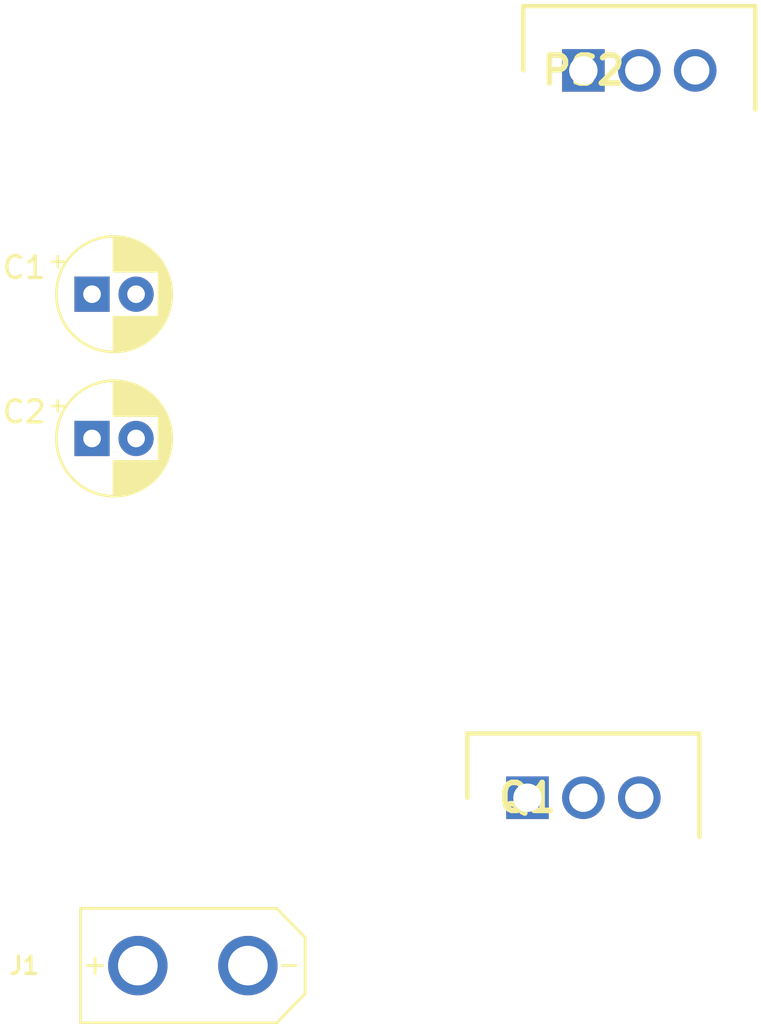
<source format=kicad_pcb>
(kicad_pcb (version 20221018) (generator pcbnew)
  (layers (0 "F.Cu" signal) (31 "B.Cu" signal) (34 "B.Paste" user) (35 "F.Paste" user) (36 "B.SilkS" user "B.Silkscreen") (37 "F.SilkS" user "F.Silkscreen") (38 "B.Mask" user) (39 "F.Mask" user) (44 "Edge.Cuts" user))
  (net 0 "")
  (net 3 "24V")
  (net 4 "GND")
  (net 5 "5V")
  (footprint "KiCad:TO254P470X1028X1955-3P" (layer "F.Cu") (at 162.56 63.5)
    (fp_text reference "PS2" (at 0 0) (layer "F.SilkS") (effects (font (size 1.27 1.27) (thickness 0.254))))
    (fp_text value "LM1084IT-3.3_NOPB" hide)
    (fp_line (start -2.73 -2.92) (end -2.73 0) (stroke (width 0.2)) (layer "F.SilkS"))
    (fp_line (start 7.81 -2.92) (end -2.73 -2.92) (stroke (width 0.2)) (layer "F.SilkS"))
    (fp_line (start 7.81 1.78) (end 7.81 -2.92) (stroke (width 0.2)) (layer "F.SilkS"))
    (pad "1" thru_hole rect (at 0 0) (size 1.935 1.935) (drill 1.29) (layers "*.Cu" "*.Mask"))
    (pad "2" thru_hole circle (at 2.54 0) (size 1.935 1.935) (drill 1.29) (layers "*.Cu" "*.Mask") (net 4 "GND"))
    (pad "3" thru_hole circle (at 5.08 0) (size 1.935 1.935) (drill 1.29) (layers "*.Cu" "*.Mask"))
  )
  (footprint "Capacitor_THT:CP_Radial_D5.0mm_P2.00mm" (layer "F.Cu") (at 140.24 80.21)
    (fp_text reference "C2" (at -3.08 -1.21) (layer "F.SilkS"))
    (fp_text value "22uF")
    (fp_line (start -1.804775 -1.475) (end -1.304775 -1.475) (stroke (width 0.12)) (layer "F.SilkS"))
    (fp_line (start -1.554775 -1.725) (end -1.554775 -1.225) (stroke (width 0.12)) (layer "F.SilkS"))
    (fp_line (start 1 -2.58) (end 1 -1.04) (stroke (width 0.12)) (layer "F.SilkS"))
    (fp_line (start 1 1.04) (end 1 2.58) (stroke (width 0.12)) (layer "F.SilkS"))
    (fp_line (start 1.04 -2.58) (end 1.04 -1.04) (stroke (width 0.12)) (layer "F.SilkS"))
    (fp_line (start 1.04 1.04) (end 1.04 2.58) (stroke (width 0.12)) (layer "F.SilkS"))
    (fp_line (start 1.08 -2.579) (end 1.08 -1.04) (stroke (width 0.12)) (layer "F.SilkS"))
    (fp_line (start 1.08 1.04) (end 1.08 2.579) (stroke (width 0.12)) (layer "F.SilkS"))
    (fp_line (start 1.12 -2.578) (end 1.12 -1.04) (stroke (width 0.12)) (layer "F.SilkS"))
    (fp_line (start 1.12 1.04) (end 1.12 2.578) (stroke (width 0.12)) (layer "F.SilkS"))
    (fp_line (start 1.16 -2.576) (end 1.16 -1.04) (stroke (width 0.12)) (layer "F.SilkS"))
    (fp_line (start 1.16 1.04) (end 1.16 2.576) (stroke (width 0.12)) (layer "F.SilkS"))
    (fp_line (start 1.2 -2.573) (end 1.2 -1.04) (stroke (width 0.12)) (layer "F.SilkS"))
    (fp_line (start 1.2 1.04) (end 1.2 2.573) (stroke (width 0.12)) (layer "F.SilkS"))
    (fp_line (start 1.24 -2.569) (end 1.24 -1.04) (stroke (width 0.12)) (layer "F.SilkS"))
    (fp_line (start 1.24 1.04) (end 1.24 2.569) (stroke (width 0.12)) (layer "F.SilkS"))
    (fp_line (start 1.28 -2.565) (end 1.28 -1.04) (stroke (width 0.12)) (layer "F.SilkS"))
    (fp_line (start 1.28 1.04) (end 1.28 2.565) (stroke (width 0.12)) (layer "F.SilkS"))
    (fp_line (start 1.32 -2.561) (end 1.32 -1.04) (stroke (width 0.12)) (layer "F.SilkS"))
    (fp_line (start 1.32 1.04) (end 1.32 2.561) (stroke (width 0.12)) (layer "F.SilkS"))
    (fp_line (start 1.36 -2.556) (end 1.36 -1.04) (stroke (width 0.12)) (layer "F.SilkS"))
    (fp_line (start 1.36 1.04) (end 1.36 2.556) (stroke (width 0.12)) (layer "F.SilkS"))
    (fp_line (start 1.4 -2.55) (end 1.4 -1.04) (stroke (width 0.12)) (layer "F.SilkS"))
    (fp_line (start 1.4 1.04) (end 1.4 2.55) (stroke (width 0.12)) (layer "F.SilkS"))
    (fp_line (start 1.44 -2.543) (end 1.44 -1.04) (stroke (width 0.12)) (layer "F.SilkS"))
    (fp_line (start 1.44 1.04) (end 1.44 2.543) (stroke (width 0.12)) (layer "F.SilkS"))
    (fp_line (start 1.48 -2.536) (end 1.48 -1.04) (stroke (width 0.12)) (layer "F.SilkS"))
    (fp_line (start 1.48 1.04) (end 1.48 2.536) (stroke (width 0.12)) (layer "F.SilkS"))
    (fp_line (start 1.52 -2.528) (end 1.52 -1.04) (stroke (width 0.12)) (layer "F.SilkS"))
    (fp_line (start 1.52 1.04) (end 1.52 2.528) (stroke (width 0.12)) (layer "F.SilkS"))
    (fp_line (start 1.56 -2.52) (end 1.56 -1.04) (stroke (width 0.12)) (layer "F.SilkS"))
    (fp_line (start 1.56 1.04) (end 1.56 2.52) (stroke (width 0.12)) (layer "F.SilkS"))
    (fp_line (start 1.6 -2.511) (end 1.6 -1.04) (stroke (width 0.12)) (layer "F.SilkS"))
    (fp_line (start 1.6 1.04) (end 1.6 2.511) (stroke (width 0.12)) (layer "F.SilkS"))
    (fp_line (start 1.64 -2.501) (end 1.64 -1.04) (stroke (width 0.12)) (layer "F.SilkS"))
    (fp_line (start 1.64 1.04) (end 1.64 2.501) (stroke (width 0.12)) (layer "F.SilkS"))
    (fp_line (start 1.68 -2.491) (end 1.68 -1.04) (stroke (width 0.12)) (layer "F.SilkS"))
    (fp_line (start 1.68 1.04) (end 1.68 2.491) (stroke (width 0.12)) (layer "F.SilkS"))
    (fp_line (start 1.721 -2.48) (end 1.721 -1.04) (stroke (width 0.12)) (layer "F.SilkS"))
    (fp_line (start 1.721 1.04) (end 1.721 2.48) (stroke (width 0.12)) (layer "F.SilkS"))
    (fp_line (start 1.761 -2.468) (end 1.761 -1.04) (stroke (width 0.12)) (layer "F.SilkS"))
    (fp_line (start 1.761 1.04) (end 1.761 2.468) (stroke (width 0.12)) (layer "F.SilkS"))
    (fp_line (start 1.801 -2.455) (end 1.801 -1.04) (stroke (width 0.12)) (layer "F.SilkS"))
    (fp_line (start 1.801 1.04) (end 1.801 2.455) (stroke (width 0.12)) (layer "F.SilkS"))
    (fp_line (start 1.841 -2.442) (end 1.841 -1.04) (stroke (width 0.12)) (layer "F.SilkS"))
    (fp_line (start 1.841 1.04) (end 1.841 2.442) (stroke (width 0.12)) (layer "F.SilkS"))
    (fp_line (start 1.881 -2.428) (end 1.881 -1.04) (stroke (width 0.12)) (layer "F.SilkS"))
    (fp_line (start 1.881 1.04) (end 1.881 2.428) (stroke (width 0.12)) (layer "F.SilkS"))
    (fp_line (start 1.921 -2.414) (end 1.921 -1.04) (stroke (width 0.12)) (layer "F.SilkS"))
    (fp_line (start 1.921 1.04) (end 1.921 2.414) (stroke (width 0.12)) (layer "F.SilkS"))
    (fp_line (start 1.961 -2.398) (end 1.961 -1.04) (stroke (width 0.12)) (layer "F.SilkS"))
    (fp_line (start 1.961 1.04) (end 1.961 2.398) (stroke (width 0.12)) (layer "F.SilkS"))
    (fp_line (start 2.001 -2.382) (end 2.001 -1.04) (stroke (width 0.12)) (layer "F.SilkS"))
    (fp_line (start 2.001 1.04) (end 2.001 2.382) (stroke (width 0.12)) (layer "F.SilkS"))
    (fp_line (start 2.041 -2.365) (end 2.041 -1.04) (stroke (width 0.12)) (layer "F.SilkS"))
    (fp_line (start 2.041 1.04) (end 2.041 2.365) (stroke (width 0.12)) (layer "F.SilkS"))
    (fp_line (start 2.081 -2.348) (end 2.081 -1.04) (stroke (width 0.12)) (layer "F.SilkS"))
    (fp_line (start 2.081 1.04) (end 2.081 2.348) (stroke (width 0.12)) (layer "F.SilkS"))
    (fp_line (start 2.121 -2.329) (end 2.121 -1.04) (stroke (width 0.12)) (layer "F.SilkS"))
    (fp_line (start 2.121 1.04) (end 2.121 2.329) (stroke (width 0.12)) (layer "F.SilkS"))
    (fp_line (start 2.161 -2.31) (end 2.161 -1.04) (stroke (width 0.12)) (layer "F.SilkS"))
    (fp_line (start 2.161 1.04) (end 2.161 2.31) (stroke (width 0.12)) (layer "F.SilkS"))
    (fp_line (start 2.201 -2.29) (end 2.201 -1.04) (stroke (width 0.12)) (layer "F.SilkS"))
    (fp_line (start 2.201 1.04) (end 2.201 2.29) (stroke (width 0.12)) (layer "F.SilkS"))
    (fp_line (start 2.241 -2.268) (end 2.241 -1.04) (stroke (width 0.12)) (layer "F.SilkS"))
    (fp_line (start 2.241 1.04) (end 2.241 2.268) (stroke (width 0.12)) (layer "F.SilkS"))
    (fp_line (start 2.281 -2.247) (end 2.281 -1.04) (stroke (width 0.12)) (layer "F.SilkS"))
    (fp_line (start 2.281 1.04) (end 2.281 2.247) (stroke (width 0.12)) (layer "F.SilkS"))
    (fp_line (start 2.321 -2.224) (end 2.321 -1.04) (stroke (width 0.12)) (layer "F.SilkS"))
    (fp_line (start 2.321 1.04) (end 2.321 2.224) (stroke (width 0.12)) (layer "F.SilkS"))
    (fp_line (start 2.361 -2.2) (end 2.361 -1.04) (stroke (width 0.12)) (layer "F.SilkS"))
    (fp_line (start 2.361 1.04) (end 2.361 2.2) (stroke (width 0.12)) (layer "F.SilkS"))
    (fp_line (start 2.401 -2.175) (end 2.401 -1.04) (stroke (width 0.12)) (layer "F.SilkS"))
    (fp_line (start 2.401 1.04) (end 2.401 2.175) (stroke (width 0.12)) (layer "F.SilkS"))
    (fp_line (start 2.441 -2.149) (end 2.441 -1.04) (stroke (width 0.12)) (layer "F.SilkS"))
    (fp_line (start 2.441 1.04) (end 2.441 2.149) (stroke (width 0.12)) (layer "F.SilkS"))
    (fp_line (start 2.481 -2.122) (end 2.481 -1.04) (stroke (width 0.12)) (layer "F.SilkS"))
    (fp_line (start 2.481 1.04) (end 2.481 2.122) (stroke (width 0.12)) (layer "F.SilkS"))
    (fp_line (start 2.521 -2.095) (end 2.521 -1.04) (stroke (width 0.12)) (layer "F.SilkS"))
    (fp_line (start 2.521 1.04) (end 2.521 2.095) (stroke (width 0.12)) (layer "F.SilkS"))
    (fp_line (start 2.561 -2.065) (end 2.561 -1.04) (stroke (width 0.12)) (layer "F.SilkS"))
    (fp_line (start 2.561 1.04) (end 2.561 2.065) (stroke (width 0.12)) (layer "F.SilkS"))
    (fp_line (start 2.601 -2.035) (end 2.601 -1.04) (stroke (width 0.12)) (layer "F.SilkS"))
    (fp_line (start 2.601 1.04) (end 2.601 2.035) (stroke (width 0.12)) (layer "F.SilkS"))
    (fp_line (start 2.641 -2.004) (end 2.641 -1.04) (stroke (width 0.12)) (layer "F.SilkS"))
    (fp_line (start 2.641 1.04) (end 2.641 2.004) (stroke (width 0.12)) (layer "F.SilkS"))
    (fp_line (start 2.681 -1.971) (end 2.681 -1.04) (stroke (width 0.12)) (layer "F.SilkS"))
    (fp_line (start 2.681 1.04) (end 2.681 1.971) (stroke (width 0.12)) (layer "F.SilkS"))
    (fp_line (start 2.721 -1.937) (end 2.721 -1.04) (stroke (width 0.12)) (layer "F.SilkS"))
    (fp_line (start 2.721 1.04) (end 2.721 1.937) (stroke (width 0.12)) (layer "F.SilkS"))
    (fp_line (start 2.761 -1.901) (end 2.761 -1.04) (stroke (width 0.12)) (layer "F.SilkS"))
    (fp_line (start 2.761 1.04) (end 2.761 1.901) (stroke (width 0.12)) (layer "F.SilkS"))
    (fp_line (start 2.801 -1.864) (end 2.801 -1.04) (stroke (width 0.12)) (layer "F.SilkS"))
    (fp_line (start 2.801 1.04) (end 2.801 1.864) (stroke (width 0.12)) (layer "F.SilkS"))
    (fp_line (start 2.841 -1.826) (end 2.841 -1.04) (stroke (width 0.12)) (layer "F.SilkS"))
    (fp_line (start 2.841 1.04) (end 2.841 1.826) (stroke (width 0.12)) (layer "F.SilkS"))
    (fp_line (start 2.881 -1.785) (end 2.881 -1.04) (stroke (width 0.12)) (layer "F.SilkS"))
    (fp_line (start 2.881 1.04) (end 2.881 1.785) (stroke (width 0.12)) (layer "F.SilkS"))
    (fp_line (start 2.921 -1.743) (end 2.921 -1.04) (stroke (width 0.12)) (layer "F.SilkS"))
    (fp_line (start 2.921 1.04) (end 2.921 1.743) (stroke (width 0.12)) (layer "F.SilkS"))
    (fp_line (start 2.961 -1.699) (end 2.961 -1.04) (stroke (width 0.12)) (layer "F.SilkS"))
    (fp_line (start 2.961 1.04) (end 2.961 1.699) (stroke (width 0.12)) (layer "F.SilkS"))
    (fp_line (start 3.001 -1.653) (end 3.001 -1.04) (stroke (width 0.12)) (layer "F.SilkS"))
    (fp_line (start 3.001 1.04) (end 3.001 1.653) (stroke (width 0.12)) (layer "F.SilkS"))
    (fp_line (start 3.041 -1.605) (end 3.041 1.605) (stroke (width 0.12)) (layer "F.SilkS"))
    (fp_line (start 3.081 -1.554) (end 3.081 1.554) (stroke (width 0.12)) (layer "F.SilkS"))
    (fp_line (start 3.121 -1.5) (end 3.121 1.5) (stroke (width 0.12)) (layer "F.SilkS"))
    (fp_line (start 3.161 -1.443) (end 3.161 1.443) (stroke (width 0.12)) (layer "F.SilkS"))
    (fp_line (start 3.201 -1.383) (end 3.201 1.383) (stroke (width 0.12)) (layer "F.SilkS"))
    (fp_line (start 3.241 -1.319) (end 3.241 1.319) (stroke (width 0.12)) (layer "F.SilkS"))
    (fp_line (start 3.281 -1.251) (end 3.281 1.251) (stroke (width 0.12)) (layer "F.SilkS"))
    (fp_line (start 3.321 -1.178) (end 3.321 1.178) (stroke (width 0.12)) (layer "F.SilkS"))
    (fp_line (start 3.361 -1.098) (end 3.361 1.098) (stroke (width 0.12)) (layer "F.SilkS"))
    (fp_line (start 3.401 -1.011) (end 3.401 1.011) (stroke (width 0.12)) (layer "F.SilkS"))
    (fp_line (start 3.441 -0.915) (end 3.441 0.915) (stroke (width 0.12)) (layer "F.SilkS"))
    (fp_line (start 3.481 -0.805) (end 3.481 0.805) (stroke (width 0.12)) (layer "F.SilkS"))
    (fp_line (start 3.521 -0.677) (end 3.521 0.677) (stroke (width 0.12)) (layer "F.SilkS"))
    (fp_line (start 3.561 -0.518) (end 3.561 0.518) (stroke (width 0.12)) (layer "F.SilkS"))
    (fp_line (start 3.601 -0.284) (end 3.601 0.284) (stroke (width 0.12)) (layer "F.SilkS"))
    (fp_circle (center 1 0) (end 3.62 0) (stroke (width 0.12)) (fill none) (layer "F.SilkS"))
    (pad "1" thru_hole rect (at 0 0) (size 1.6 1.6) (drill 0.8) (layers "*.Cu" "*.Mask") (net 5 "5V"))
    (pad "2" thru_hole circle (at 2 0) (size 1.6 1.6) (drill 0.8) (layers "*.Cu" "*.Mask") (net 4 "GND"))
  )
  (footprint "XT30:XT30UPB-M" (layer "F.Cu") (at 144.82 104.14)
    (fp_text reference "J1" (at -7.66 0) (layer "F.SilkS") (effects (font (size 0.787402 0.787402))))
    (fp_text value "Conn_01x02_Pin")
    (fp_line (start -5.1 -2.6) (end -5.1 2.6) (stroke (width 0.127)) (layer "F.SilkS"))
    (fp_line (start -5.1 2.6) (end 3.81 2.6) (stroke (width 0.127)) (layer "F.SilkS"))
    (fp_line (start -4.8 0) (end -4.1 0) (stroke (width 0.127)) (layer "F.SilkS"))
    (fp_line (start -4.445 -0.35) (end -4.445 0.35) (stroke (width 0.127)) (layer "F.SilkS"))
    (fp_line (start 3.81 -2.6) (end -5.1 -2.6) (stroke (width 0.127)) (layer "F.SilkS"))
    (fp_line (start 3.81 2.6) (end 5.1 1.27) (stroke (width 0.127)) (layer "F.SilkS"))
    (fp_line (start 4.064 0) (end 4.699 0) (stroke (width 0.127)) (layer "F.SilkS"))
    (fp_line (start 5.1 -1.27) (end 3.81 -2.6) (stroke (width 0.127)) (layer "F.SilkS"))
    (fp_line (start 5.1 1.27) (end 5.1 -1.27) (stroke (width 0.127)) (layer "F.SilkS"))
    (pad "P$1" thru_hole circle (at -2.5 0) (size 2.7 2.7) (drill 1.8) (layers "*.Cu" "*.Mask"))
    (pad "P$2" thru_hole circle (at 2.5 0) (size 2.7 2.7) (drill 1.8) (layers "*.Cu" "*.Mask"))
  )
  (footprint "KiCad:TO254P470X1028X1955-3P" (layer "F.Cu") (at 160.02 96.52)
    (fp_text reference "Q1" (at 0 0) (layer "F.SilkS") (effects (font (size 1.27 1.27) (thickness 0.254))))
    (fp_text value "LM2940CT-5.0_NOPB" hide)
    (fp_line (start -2.73 -2.92) (end -2.73 0) (stroke (width 0.2)) (layer "F.SilkS"))
    (fp_line (start 7.81 -2.92) (end -2.73 -2.92) (stroke (width 0.2)) (layer "F.SilkS"))
    (fp_line (start 7.81 1.78) (end 7.81 -2.92) (stroke (width 0.2)) (layer "F.SilkS"))
    (pad "1" thru_hole rect (at 0 0) (size 1.935 1.935) (drill 1.29) (layers "*.Cu" "*.Mask") (net 3 "24V"))
    (pad "2" thru_hole circle (at 2.54 0) (size 1.935 1.935) (drill 1.29) (layers "*.Cu" "*.Mask") (net 4 "GND"))
    (pad "3" thru_hole circle (at 5.08 0) (size 1.935 1.935) (drill 1.29) (layers "*.Cu" "*.Mask") (net 5 "5V"))
  )
  (footprint "Capacitor_THT:CP_Radial_D5.0mm_P2.00mm" (layer "F.Cu") (at 140.24 73.66)
    (fp_text reference "C1" (at -3.08 -1.21) (layer "F.SilkS"))
    (fp_text value ".47uF")
    (fp_line (start -1.804775 -1.475) (end -1.304775 -1.475) (stroke (width 0.12)) (layer "F.SilkS"))
    (fp_line (start -1.554775 -1.725) (end -1.554775 -1.225) (stroke (width 0.12)) (layer "F.SilkS"))
    (fp_line (start 1 -2.58) (end 1 -1.04) (stroke (width 0.12)) (layer "F.SilkS"))
    (fp_line (start 1 1.04) (end 1 2.58) (stroke (width 0.12)) (layer "F.SilkS"))
    (fp_line (start 1.04 -2.58) (end 1.04 -1.04) (stroke (width 0.12)) (layer "F.SilkS"))
    (fp_line (start 1.04 1.04) (end 1.04 2.58) (stroke (width 0.12)) (layer "F.SilkS"))
    (fp_line (start 1.08 -2.579) (end 1.08 -1.04) (stroke (width 0.12)) (layer "F.SilkS"))
    (fp_line (start 1.08 1.04) (end 1.08 2.579) (stroke (width 0.12)) (layer "F.SilkS"))
    (fp_line (start 1.12 -2.578) (end 1.12 -1.04) (stroke (width 0.12)) (layer "F.SilkS"))
    (fp_line (start 1.12 1.04) (end 1.12 2.578) (stroke (width 0.12)) (layer "F.SilkS"))
    (fp_line (start 1.16 -2.576) (end 1.16 -1.04) (stroke (width 0.12)) (layer "F.SilkS"))
    (fp_line (start 1.16 1.04) (end 1.16 2.576) (stroke (width 0.12)) (layer "F.SilkS"))
    (fp_line (start 1.2 -2.573) (end 1.2 -1.04) (stroke (width 0.12)) (layer "F.SilkS"))
    (fp_line (start 1.2 1.04) (end 1.2 2.573) (stroke (width 0.12)) (layer "F.SilkS"))
    (fp_line (start 1.24 -2.569) (end 1.24 -1.04) (stroke (width 0.12)) (layer "F.SilkS"))
    (fp_line (start 1.24 1.04) (end 1.24 2.569) (stroke (width 0.12)) (layer "F.SilkS"))
    (fp_line (start 1.28 -2.565) (end 1.28 -1.04) (stroke (width 0.12)) (layer "F.SilkS"))
    (fp_line (start 1.28 1.04) (end 1.28 2.565) (stroke (width 0.12)) (layer "F.SilkS"))
    (fp_line (start 1.32 -2.561) (end 1.32 -1.04) (stroke (width 0.12)) (layer "F.SilkS"))
    (fp_line (start 1.32 1.04) (end 1.32 2.561) (stroke (width 0.12)) (layer "F.SilkS"))
    (fp_line (start 1.36 -2.556) (end 1.36 -1.04) (stroke (width 0.12)) (layer "F.SilkS"))
    (fp_line (start 1.36 1.04) (end 1.36 2.556) (stroke (width 0.12)) (layer "F.SilkS"))
    (fp_line (start 1.4 -2.55) (end 1.4 -1.04) (stroke (width 0.12)) (layer "F.SilkS"))
    (fp_line (start 1.4 1.04) (end 1.4 2.55) (stroke (width 0.12)) (layer "F.SilkS"))
    (fp_line (start 1.44 -2.543) (end 1.44 -1.04) (stroke (width 0.12)) (layer "F.SilkS"))
    (fp_line (start 1.44 1.04) (end 1.44 2.543) (stroke (width 0.12)) (layer "F.SilkS"))
    (fp_line (start 1.48 -2.536) (end 1.48 -1.04) (stroke (width 0.12)) (layer "F.SilkS"))
    (fp_line (start 1.48 1.04) (end 1.48 2.536) (stroke (width 0.12)) (layer "F.SilkS"))
    (fp_line (start 1.52 -2.528) (end 1.52 -1.04) (stroke (width 0.12)) (layer "F.SilkS"))
    (fp_line (start 1.52 1.04) (end 1.52 2.528) (stroke (width 0.12)) (layer "F.SilkS"))
    (fp_line (start 1.56 -2.52) (end 1.56 -1.04) (stroke (width 0.12)) (layer "F.SilkS"))
    (fp_line (start 1.56 1.04) (end 1.56 2.52) (stroke (width 0.12)) (layer "F.SilkS"))
    (fp_line (start 1.6 -2.511) (end 1.6 -1.04) (stroke (width 0.12)) (layer "F.SilkS"))
    (fp_line (start 1.6 1.04) (end 1.6 2.511) (stroke (width 0.12)) (layer "F.SilkS"))
    (fp_line (start 1.64 -2.501) (end 1.64 -1.04) (stroke (width 0.12)) (layer "F.SilkS"))
    (fp_line (start 1.64 1.04) (end 1.64 2.501) (stroke (width 0.12)) (layer "F.SilkS"))
    (fp_line (start 1.68 -2.491) (end 1.68 -1.04) (stroke (width 0.12)) (layer "F.SilkS"))
    (fp_line (start 1.68 1.04) (end 1.68 2.491) (stroke (width 0.12)) (layer "F.SilkS"))
    (fp_line (start 1.721 -2.48) (end 1.721 -1.04) (stroke (width 0.12)) (layer "F.SilkS"))
    (fp_line (start 1.721 1.04) (end 1.721 2.48) (stroke (width 0.12)) (layer "F.SilkS"))
    (fp_line (start 1.761 -2.468) (end 1.761 -1.04) (stroke (width 0.12)) (layer "F.SilkS"))
    (fp_line (start 1.761 1.04) (end 1.761 2.468) (stroke (width 0.12)) (layer "F.SilkS"))
    (fp_line (start 1.801 -2.455) (end 1.801 -1.04) (stroke (width 0.12)) (layer "F.SilkS"))
    (fp_line (start 1.801 1.04) (end 1.801 2.455) (stroke (width 0.12)) (layer "F.SilkS"))
    (fp_line (start 1.841 -2.442) (end 1.841 -1.04) (stroke (width 0.12)) (layer "F.SilkS"))
    (fp_line (start 1.841 1.04) (end 1.841 2.442) (stroke (width 0.12)) (layer "F.SilkS"))
    (fp_line (start 1.881 -2.428) (end 1.881 -1.04) (stroke (width 0.12)) (layer "F.SilkS"))
    (fp_line (start 1.881 1.04) (end 1.881 2.428) (stroke (width 0.12)) (layer "F.SilkS"))
    (fp_line (start 1.921 -2.414) (end 1.921 -1.04) (stroke (width 0.12)) (layer "F.SilkS"))
    (fp_line (start 1.921 1.04) (end 1.921 2.414) (stroke (width 0.12)) (layer "F.SilkS"))
    (fp_line (start 1.961 -2.398) (end 1.961 -1.04) (stroke (width 0.12)) (layer "F.SilkS"))
    (fp_line (start 1.961 1.04) (end 1.961 2.398) (stroke (width 0.12)) (layer "F.SilkS"))
    (fp_line (start 2.001 -2.382) (end 2.001 -1.04) (stroke (width 0.12)) (layer "F.SilkS"))
    (fp_line (start 2.001 1.04) (end 2.001 2.382) (stroke (width 0.12)) (layer "F.SilkS"))
    (fp_line (start 2.041 -2.365) (end 2.041 -1.04) (stroke (width 0.12)) (layer "F.SilkS"))
    (fp_line (start 2.041 1.04) (end 2.041 2.365) (stroke (width 0.12)) (layer "F.SilkS"))
    (fp_line (start 2.081 -2.348) (end 2.081 -1.04) (stroke (width 0.12)) (layer "F.SilkS"))
    (fp_line (start 2.081 1.04) (end 2.081 2.348) (stroke (width 0.12)) (layer "F.SilkS"))
    (fp_line (start 2.121 -2.329) (end 2.121 -1.04) (stroke (width 0.12)) (layer "F.SilkS"))
    (fp_line (start 2.121 1.04) (end 2.121 2.329) (stroke (width 0.12)) (layer "F.SilkS"))
    (fp_line (start 2.161 -2.31) (end 2.161 -1.04) (stroke (width 0.12)) (layer "F.SilkS"))
    (fp_line (start 2.161 1.04) (end 2.161 2.31) (stroke (width 0.12)) (layer "F.SilkS"))
    (fp_line (start 2.201 -2.29) (end 2.201 -1.04) (stroke (width 0.12)) (layer "F.SilkS"))
    (fp_line (start 2.201 1.04) (end 2.201 2.29) (stroke (width 0.12)) (layer "F.SilkS"))
    (fp_line (start 2.241 -2.268) (end 2.241 -1.04) (stroke (width 0.12)) (layer "F.SilkS"))
    (fp_line (start 2.241 1.04) (end 2.241 2.268) (stroke (width 0.12)) (layer "F.SilkS"))
    (fp_line (start 2.281 -2.247) (end 2.281 -1.04) (stroke (width 0.12)) (layer "F.SilkS"))
    (fp_line (start 2.281 1.04) (end 2.281 2.247) (stroke (width 0.12)) (layer "F.SilkS"))
    (fp_line (start 2.321 -2.224) (end 2.321 -1.04) (stroke (width 0.12)) (layer "F.SilkS"))
    (fp_line (start 2.321 1.04) (end 2.321 2.224) (stroke (width 0.12)) (layer "F.SilkS"))
    (fp_line (start 2.361 -2.2) (end 2.361 -1.04) (stroke (width 0.12)) (layer "F.SilkS"))
    (fp_line (start 2.361 1.04) (end 2.361 2.2) (stroke (width 0.12)) (layer "F.SilkS"))
    (fp_line (start 2.401 -2.175) (end 2.401 -1.04) (stroke (width 0.12)) (layer "F.SilkS"))
    (fp_line (start 2.401 1.04) (end 2.401 2.175) (stroke (width 0.12)) (layer "F.SilkS"))
    (fp_line (start 2.441 -2.149) (end 2.441 -1.04) (stroke (width 0.12)) (layer "F.SilkS"))
    (fp_line (start 2.441 1.04) (end 2.441 2.149) (stroke (width 0.12)) (layer "F.SilkS"))
    (fp_line (start 2.481 -2.122) (end 2.481 -1.04) (stroke (width 0.12)) (layer "F.SilkS"))
    (fp_line (start 2.481 1.04) (end 2.481 2.122) (stroke (width 0.12)) (layer "F.SilkS"))
    (fp_line (start 2.521 -2.095) (end 2.521 -1.04) (stroke (width 0.12)) (layer "F.SilkS"))
    (fp_line (start 2.521 1.04) (end 2.521 2.095) (stroke (width 0.12)) (layer "F.SilkS"))
    (fp_line (start 2.561 -2.065) (end 2.561 -1.04) (stroke (width 0.12)) (layer "F.SilkS"))
    (fp_line (start 2.561 1.04) (end 2.561 2.065) (stroke (width 0.12)) (layer "F.SilkS"))
    (fp_line (start 2.601 -2.035) (end 2.601 -1.04) (stroke (width 0.12)) (layer "F.SilkS"))
    (fp_line (start 2.601 1.04) (end 2.601 2.035) (stroke (width 0.12)) (layer "F.SilkS"))
    (fp_line (start 2.641 -2.004) (end 2.641 -1.04) (stroke (width 0.12)) (layer "F.SilkS"))
    (fp_line (start 2.641 1.04) (end 2.641 2.004) (stroke (width 0.12)) (layer "F.SilkS"))
    (fp_line (start 2.681 -1.971) (end 2.681 -1.04) (stroke (width 0.12)) (layer "F.SilkS"))
    (fp_line (start 2.681 1.04) (end 2.681 1.971) (stroke (width 0.12)) (layer "F.SilkS"))
    (fp_line (start 2.721 -1.937) (end 2.721 -1.04) (stroke (width 0.12)) (layer "F.SilkS"))
    (fp_line (start 2.721 1.04) (end 2.721 1.937) (stroke (width 0.12)) (layer "F.SilkS"))
    (fp_line (start 2.761 -1.901) (end 2.761 -1.04) (stroke (width 0.12)) (layer "F.SilkS"))
    (fp_line (start 2.761 1.04) (end 2.761 1.901) (stroke (width 0.12)) (layer "F.SilkS"))
    (fp_line (start 2.801 -1.864) (end 2.801 -1.04) (stroke (width 0.12)) (layer "F.SilkS"))
    (fp_line (start 2.801 1.04) (end 2.801 1.864) (stroke (width 0.12)) (layer "F.SilkS"))
    (fp_line (start 2.841 -1.826) (end 2.841 -1.04) (stroke (width 0.12)) (layer "F.SilkS"))
    (fp_line (start 2.841 1.04) (end 2.841 1.826) (stroke (width 0.12)) (layer "F.SilkS"))
    (fp_line (start 2.881 -1.785) (end 2.881 -1.04) (stroke (width 0.12)) (layer "F.SilkS"))
    (fp_line (start 2.881 1.04) (end 2.881 1.785) (stroke (width 0.12)) (layer "F.SilkS"))
    (fp_line (start 2.921 -1.743) (end 2.921 -1.04) (stroke (width 0.12)) (layer "F.SilkS"))
    (fp_line (start 2.921 1.04) (end 2.921 1.743) (stroke (width 0.12)) (layer "F.SilkS"))
    (fp_line (start 2.961 -1.699) (end 2.961 -1.04) (stroke (width 0.12)) (layer "F.SilkS"))
    (fp_line (start 2.961 1.04) (end 2.961 1.699) (stroke (width 0.12)) (layer "F.SilkS"))
    (fp_line (start 3.001 -1.653) (end 3.001 -1.04) (stroke (width 0.12)) (layer "F.SilkS"))
    (fp_line (start 3.001 1.04) (end 3.001 1.653) (stroke (width 0.12)) (layer "F.SilkS"))
    (fp_line (start 3.041 -1.605) (end 3.041 1.605) (stroke (width 0.12)) (layer "F.SilkS"))
    (fp_line (start 3.081 -1.554) (end 3.081 1.554) (stroke (width 0.12)) (layer "F.SilkS"))
    (fp_line (start 3.121 -1.5) (end 3.121 1.5) (stroke (width 0.12)) (layer "F.SilkS"))
    (fp_line (start 3.161 -1.443) (end 3.161 1.443) (stroke (width 0.12)) (layer "F.SilkS"))
    (fp_line (start 3.201 -1.383) (end 3.201 1.383) (stroke (width 0.12)) (layer "F.SilkS"))
    (fp_line (start 3.241 -1.319) (end 3.241 1.319) (stroke (width 0.12)) (layer "F.SilkS"))
    (fp_line (start 3.281 -1.251) (end 3.281 1.251) (stroke (width 0.12)) (layer "F.SilkS"))
    (fp_line (start 3.321 -1.178) (end 3.321 1.178) (stroke (width 0.12)) (layer "F.SilkS"))
    (fp_line (start 3.361 -1.098) (end 3.361 1.098) (stroke (width 0.12)) (layer "F.SilkS"))
    (fp_line (start 3.401 -1.011) (end 3.401 1.011) (stroke (width 0.12)) (layer "F.SilkS"))
    (fp_line (start 3.441 -0.915) (end 3.441 0.915) (stroke (width 0.12)) (layer "F.SilkS"))
    (fp_line (start 3.481 -0.805) (end 3.481 0.805) (stroke (width 0.12)) (layer "F.SilkS"))
    (fp_line (start 3.521 -0.677) (end 3.521 0.677) (stroke (width 0.12)) (layer "F.SilkS"))
    (fp_line (start 3.561 -0.518) (end 3.561 0.518) (stroke (width 0.12)) (layer "F.SilkS"))
    (fp_line (start 3.601 -0.284) (end 3.601 0.284) (stroke (width 0.12)) (layer "F.SilkS"))
    (fp_circle (center 1 0) (end 3.62 0) (stroke (width 0.12)) (fill none) (layer "F.SilkS"))
    (pad "1" thru_hole rect (at 0 0) (size 1.6 1.6) (drill 0.8) (layers "*.Cu" "*.Mask") (net 3 "24V"))
    (pad "2" thru_hole circle (at 2 0) (size 1.6 1.6) (drill 0.8) (layers "*.Cu" "*.Mask") (net 4 "GND"))
  )
)
</source>
